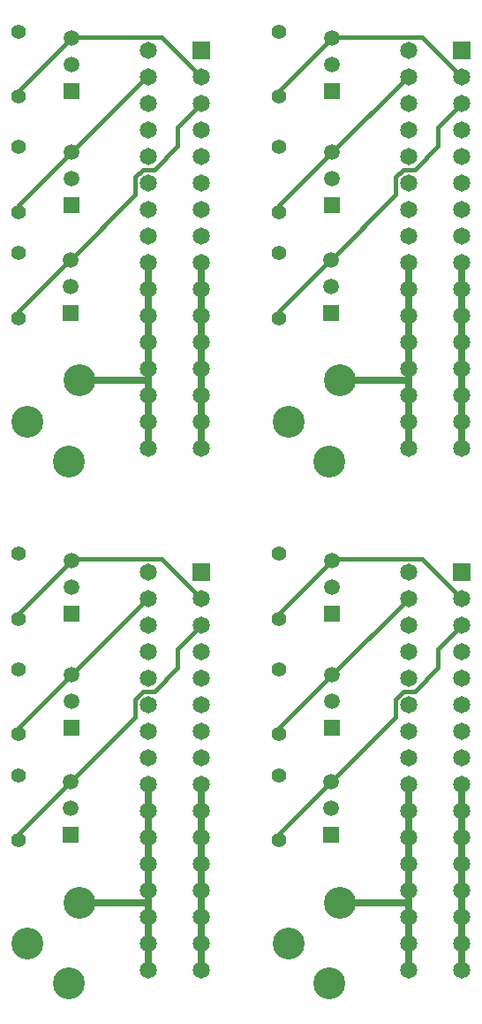
<source format=gtl>
%FSLAX23Y23*%
%MOIN*%
G70*
G01*
G75*
G04 Layer_Physical_Order=1*
G04 Layer_Color=255*
%ADD10C,0.015*%
%ADD11C,0.025*%
%ADD12C,0.120*%
%ADD13C,0.055*%
%ADD14C,0.065*%
%ADD15R,0.065X0.065*%
%ADD16C,0.059*%
%ADD17R,0.059X0.059*%
D10*
X615Y1777D02*
X765Y1627D01*
X675Y1437D02*
X765Y1527D01*
X675Y1366D02*
Y1437D01*
X586Y1277D02*
X675Y1366D01*
X544Y1277D02*
X586D01*
X515Y1248D02*
X544Y1277D01*
X515Y1182D02*
Y1248D01*
X270Y937D02*
X515Y1182D01*
X75Y717D02*
Y742D01*
X265Y932D01*
X270Y937D01*
X265Y932D02*
X275D01*
X75Y1142D02*
X275Y1342D01*
X75Y1117D02*
Y1142D01*
X275Y1342D02*
X562Y1629D01*
X75Y1572D02*
X275Y1772D01*
X75Y1552D02*
Y1572D01*
X275Y1777D02*
X615D01*
X1599D02*
X1749Y1627D01*
X1659Y1437D02*
X1749Y1527D01*
X1659Y1366D02*
Y1437D01*
X1570Y1277D02*
X1659Y1366D01*
X1529Y1277D02*
X1570D01*
X1499Y1248D02*
X1529Y1277D01*
X1499Y1182D02*
Y1248D01*
X1254Y937D02*
X1499Y1182D01*
X1059Y717D02*
Y742D01*
X1249Y932D01*
X1254Y937D01*
X1249Y932D02*
X1259D01*
X1059Y1142D02*
X1259Y1342D01*
X1059Y1117D02*
Y1142D01*
X1259Y1342D02*
X1547Y1629D01*
X1059Y1572D02*
X1259Y1772D01*
X1059Y1552D02*
Y1572D01*
X1259Y1777D02*
X1599D01*
X615Y3745D02*
X765Y3595D01*
X675Y3405D02*
X765Y3495D01*
X675Y3335D02*
Y3405D01*
X586Y3245D02*
X675Y3335D01*
X544Y3245D02*
X586D01*
X515Y3216D02*
X544Y3245D01*
X515Y3150D02*
Y3216D01*
X270Y2905D02*
X515Y3150D01*
X75Y2685D02*
Y2710D01*
X265Y2900D01*
X270Y2905D01*
X265Y2900D02*
X275D01*
X75Y3110D02*
X275Y3310D01*
X75Y3085D02*
Y3110D01*
X275Y3310D02*
X562Y3598D01*
X75Y3540D02*
X275Y3740D01*
X75Y3520D02*
Y3540D01*
X275Y3745D02*
X615D01*
X1599D02*
X1749Y3595D01*
X1659Y3405D02*
X1749Y3495D01*
X1659Y3335D02*
Y3405D01*
X1570Y3245D02*
X1659Y3335D01*
X1529Y3245D02*
X1570D01*
X1499Y3216D02*
X1529Y3245D01*
X1499Y3150D02*
Y3216D01*
X1254Y2905D02*
X1499Y3150D01*
X1059Y2685D02*
Y2710D01*
X1249Y2900D01*
X1254Y2905D01*
X1249Y2900D02*
X1259D01*
X1059Y3110D02*
X1259Y3310D01*
X1059Y3085D02*
Y3110D01*
X1259Y3310D02*
X1547Y3598D01*
X1059Y3540D02*
X1259Y3740D01*
X1059Y3520D02*
Y3540D01*
X1259Y3745D02*
X1599D01*
D11*
X565Y482D02*
Y527D01*
Y427D02*
Y482D01*
X305D02*
X565D01*
X560Y332D02*
X565Y327D01*
X765Y827D02*
Y927D01*
Y727D02*
Y827D01*
Y627D02*
Y727D01*
Y527D02*
Y627D01*
Y427D02*
Y527D01*
Y327D02*
Y427D01*
Y227D02*
Y327D01*
X565Y827D02*
Y927D01*
Y727D02*
Y827D01*
Y627D02*
Y727D01*
Y527D02*
Y627D01*
Y327D02*
Y427D01*
Y227D02*
Y327D01*
X1549Y482D02*
Y527D01*
Y427D02*
Y482D01*
X1289D02*
X1549D01*
X1544Y332D02*
X1549Y327D01*
X1749Y827D02*
Y927D01*
Y727D02*
Y827D01*
Y627D02*
Y727D01*
Y527D02*
Y627D01*
Y427D02*
Y527D01*
Y327D02*
Y427D01*
Y227D02*
Y327D01*
X1549Y827D02*
Y927D01*
Y727D02*
Y827D01*
Y627D02*
Y727D01*
Y527D02*
Y627D01*
Y327D02*
Y427D01*
Y227D02*
Y327D01*
X565Y2450D02*
Y2495D01*
Y2395D02*
Y2450D01*
X305D02*
X565D01*
X560Y2300D02*
X565Y2295D01*
X765Y2795D02*
Y2895D01*
Y2695D02*
Y2795D01*
Y2595D02*
Y2695D01*
Y2495D02*
Y2595D01*
Y2395D02*
Y2495D01*
Y2295D02*
Y2395D01*
Y2195D02*
Y2295D01*
X565Y2795D02*
Y2895D01*
Y2695D02*
Y2795D01*
Y2595D02*
Y2695D01*
Y2495D02*
Y2595D01*
Y2295D02*
Y2395D01*
Y2195D02*
Y2295D01*
X1549Y2450D02*
Y2495D01*
Y2395D02*
Y2450D01*
X1289D02*
X1549D01*
X1544Y2300D02*
X1549Y2295D01*
X1749Y2795D02*
Y2895D01*
Y2695D02*
Y2795D01*
Y2595D02*
Y2695D01*
Y2495D02*
Y2595D01*
Y2395D02*
Y2495D01*
Y2295D02*
Y2395D01*
Y2195D02*
Y2295D01*
X1549Y2795D02*
Y2895D01*
Y2695D02*
Y2795D01*
Y2595D02*
Y2695D01*
Y2495D02*
Y2595D01*
Y2295D02*
Y2395D01*
Y2195D02*
Y2295D01*
D12*
X109Y326D02*
D03*
X265Y176D02*
D03*
X305Y482D02*
D03*
X1093Y326D02*
D03*
X1249Y176D02*
D03*
X1289Y482D02*
D03*
X109Y2294D02*
D03*
X265Y2144D02*
D03*
X305Y2450D02*
D03*
X1093Y2294D02*
D03*
X1249Y2144D02*
D03*
X1289Y2450D02*
D03*
D13*
X75Y962D02*
D03*
Y717D02*
D03*
Y1362D02*
D03*
Y1117D02*
D03*
Y1552D02*
D03*
Y1797D02*
D03*
X1059Y962D02*
D03*
Y717D02*
D03*
Y1362D02*
D03*
Y1117D02*
D03*
Y1552D02*
D03*
Y1797D02*
D03*
X75Y2930D02*
D03*
Y2685D02*
D03*
Y3330D02*
D03*
Y3085D02*
D03*
Y3520D02*
D03*
Y3765D02*
D03*
X1059Y2930D02*
D03*
Y2685D02*
D03*
Y3330D02*
D03*
Y3085D02*
D03*
Y3520D02*
D03*
Y3765D02*
D03*
D14*
X765Y727D02*
D03*
Y1027D02*
D03*
Y1327D02*
D03*
Y1627D02*
D03*
Y527D02*
D03*
Y427D02*
D03*
Y327D02*
D03*
Y227D02*
D03*
X565Y527D02*
D03*
Y427D02*
D03*
Y327D02*
D03*
Y227D02*
D03*
X765Y627D02*
D03*
Y827D02*
D03*
Y927D02*
D03*
Y1127D02*
D03*
Y1227D02*
D03*
Y1427D02*
D03*
Y1527D02*
D03*
X565Y627D02*
D03*
Y827D02*
D03*
Y927D02*
D03*
Y1127D02*
D03*
Y1227D02*
D03*
Y1427D02*
D03*
Y1527D02*
D03*
Y1727D02*
D03*
Y727D02*
D03*
Y1027D02*
D03*
Y1327D02*
D03*
Y1627D02*
D03*
X1749Y727D02*
D03*
Y1027D02*
D03*
Y1327D02*
D03*
Y1627D02*
D03*
Y527D02*
D03*
Y427D02*
D03*
Y327D02*
D03*
Y227D02*
D03*
X1549Y527D02*
D03*
Y427D02*
D03*
Y327D02*
D03*
Y227D02*
D03*
X1749Y627D02*
D03*
Y827D02*
D03*
Y927D02*
D03*
Y1127D02*
D03*
Y1227D02*
D03*
Y1427D02*
D03*
Y1527D02*
D03*
X1549Y627D02*
D03*
Y827D02*
D03*
Y927D02*
D03*
Y1127D02*
D03*
Y1227D02*
D03*
Y1427D02*
D03*
Y1527D02*
D03*
Y1727D02*
D03*
Y727D02*
D03*
Y1027D02*
D03*
Y1327D02*
D03*
Y1627D02*
D03*
X765Y2695D02*
D03*
Y2995D02*
D03*
Y3295D02*
D03*
Y3595D02*
D03*
Y2495D02*
D03*
Y2395D02*
D03*
Y2295D02*
D03*
Y2195D02*
D03*
X565Y2495D02*
D03*
Y2395D02*
D03*
Y2295D02*
D03*
Y2195D02*
D03*
X765Y2595D02*
D03*
Y2795D02*
D03*
Y2895D02*
D03*
Y3095D02*
D03*
Y3195D02*
D03*
Y3395D02*
D03*
Y3495D02*
D03*
X565Y2595D02*
D03*
Y2795D02*
D03*
Y2895D02*
D03*
Y3095D02*
D03*
Y3195D02*
D03*
Y3395D02*
D03*
Y3495D02*
D03*
Y3695D02*
D03*
Y2695D02*
D03*
Y2995D02*
D03*
Y3295D02*
D03*
Y3595D02*
D03*
X1749Y2695D02*
D03*
Y2995D02*
D03*
Y3295D02*
D03*
Y3595D02*
D03*
Y2495D02*
D03*
Y2395D02*
D03*
Y2295D02*
D03*
Y2195D02*
D03*
X1549Y2495D02*
D03*
Y2395D02*
D03*
Y2295D02*
D03*
Y2195D02*
D03*
X1749Y2595D02*
D03*
Y2795D02*
D03*
Y2895D02*
D03*
Y3095D02*
D03*
Y3195D02*
D03*
Y3395D02*
D03*
Y3495D02*
D03*
X1549Y2595D02*
D03*
Y2795D02*
D03*
Y2895D02*
D03*
Y3095D02*
D03*
Y3195D02*
D03*
Y3395D02*
D03*
Y3495D02*
D03*
Y3695D02*
D03*
Y2695D02*
D03*
Y2995D02*
D03*
Y3295D02*
D03*
Y3595D02*
D03*
D15*
X765Y1727D02*
D03*
X1749D02*
D03*
X765Y3695D02*
D03*
X1749D02*
D03*
D16*
X270Y937D02*
D03*
Y837D02*
D03*
X275Y1342D02*
D03*
Y1242D02*
D03*
Y1672D02*
D03*
Y1772D02*
D03*
X1254Y937D02*
D03*
Y837D02*
D03*
X1259Y1342D02*
D03*
Y1242D02*
D03*
Y1672D02*
D03*
Y1772D02*
D03*
X270Y2905D02*
D03*
Y2805D02*
D03*
X275Y3310D02*
D03*
Y3210D02*
D03*
Y3640D02*
D03*
Y3740D02*
D03*
X1254Y2905D02*
D03*
Y2805D02*
D03*
X1259Y3310D02*
D03*
Y3210D02*
D03*
Y3640D02*
D03*
Y3740D02*
D03*
D17*
X270Y737D02*
D03*
X275Y1142D02*
D03*
Y1572D02*
D03*
X1254Y737D02*
D03*
X1259Y1142D02*
D03*
Y1572D02*
D03*
X270Y2705D02*
D03*
X275Y3110D02*
D03*
Y3540D02*
D03*
X1254Y2705D02*
D03*
X1259Y3110D02*
D03*
Y3540D02*
D03*
M02*

</source>
